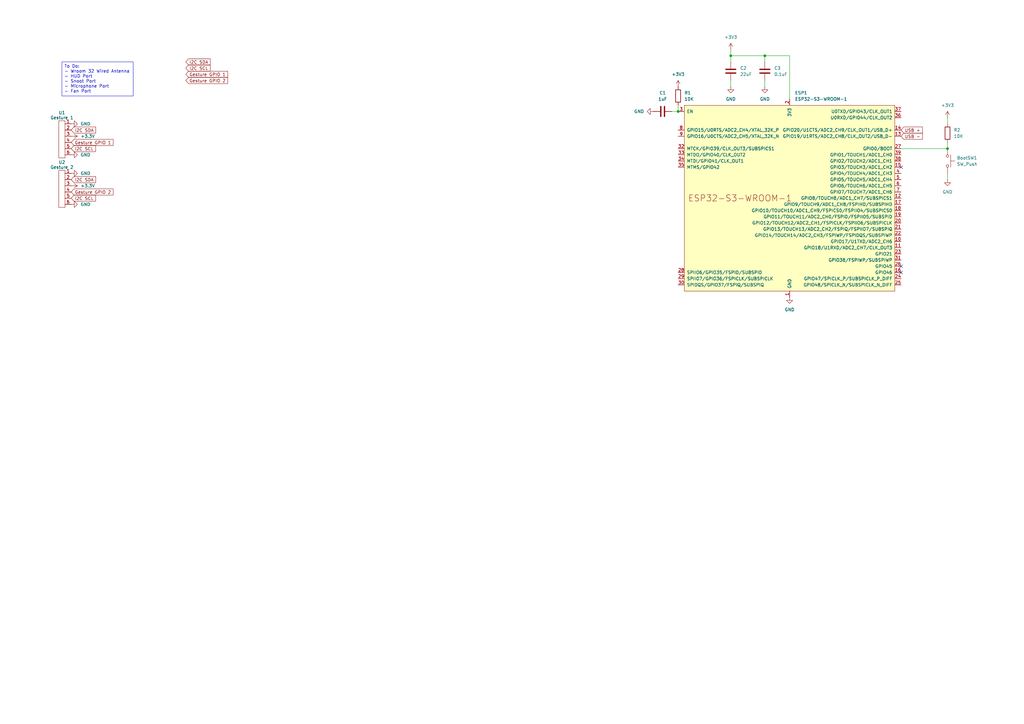
<source format=kicad_sch>
(kicad_sch (version 20231120) (generator "eeschema") (generator_version "8.0")
  (paper "A3")
  (lib_symbols
    (symbol "Device:C" (pin_numbers hide) (pin_names (offset 0.254))
      (property "Reference" "C" (at 0.635 2.54 0))
      (property "Value" "C" (at 0.635 -2.54 0))
      (symbol "C_0_1"
        (polyline (pts (xy -2.032 -0.762) (xy 2.032 -0.762)) (stroke (width 0.508)))
        (polyline (pts (xy -2.032 0.762) (xy 2.032 0.762)) (stroke (width 0.508)))
      )
      (symbol "C_1_1"
        (pin passive line (at 0 3.81 270) (length 2.794) (name "~") (number "1"))
        (pin passive line (at 0 -3.81 90) (length 2.794) (name "~") (number "2"))
      )
    )
    (symbol "Device:R" (pin_numbers hide) (pin_names (offset 0))
      (property "Reference" "R" (at 2.032 0 90))
      (property "Value" "R" (at 0 0 90))
      (symbol "R_0_1"
        (rectangle (start -1.016 -2.54) (end 1.016 2.54) (stroke (width 0.254)))
      )
      (symbol "R_1_1"
        (pin passive line (at 0 3.81 270) (length 1.27) (name "~") (number "1"))
        (pin passive line (at 0 -3.81 90) (length 1.27) (name "~") (number "2"))
      )
    )
    (symbol "FFC:FFC-6"
      (property "Reference" "U" (at 0 9.144 0))
      (symbol "FFC-6_0_1"
        (rectangle (start -1.27 7.62) (end 1.27 -7.62))
      )
      (symbol "FFC-6_1_1"
        (pin input line (at 3.81 6.35 180) (length 2.54) (name "") (number "1"))
        (pin input line (at 3.81 3.81 180) (length 2.54) (name "") (number "2"))
        (pin input line (at 3.81 1.27 180) (length 2.54) (name "") (number "3"))
        (pin input line (at 3.81 -1.27 180) (length 2.54) (name "") (number "4"))
        (pin input line (at 3.81 -3.81 180) (length 2.54) (name "") (number "5"))
        (pin input line (at 3.81 -6.35 180) (length 2.54) (name "") (number "6"))
      )
    )
    (symbol "PCM_Espressif:ESP32-S3-WROOM-1" (pin_names (offset 1.016))
      (property "Reference" "U" (at -43.18 43.18 0))
      (property "Value" "ESP32-S3-WROOM-1" (at -43.18 40.64 0))
      (symbol "ESP32-S3-WROOM-1_0_0"
        (text "ESP32-S3-WROOM-1" (at -20.32 0 0) (effects (font (size 2.54 2.54))))
        (pin power_in line (at 0 -40.64 90) (length 2.54) (name "GND") (number "1"))
        (pin bidirectional line (at 45.72 -17.78 180) (length 2.54) (name "GPIO17/U1TXD/ADC2_CH6") (number "10"))
        (pin bidirectional line (at 45.72 -20.32 180) (length 2.54) (name "GPIO18/U1RXD/ADC2_CH7/CLK_OUT3") (number "11"))
        (pin bidirectional line (at 45.72 0 180) (length 2.54) (name "GPIO8/TOUCH8/ADC1_CH7/SUBSPICS1") (number "12"))
        (pin bidirectional line (at 45.72 25.4 180) (length 2.54) (name "GPIO19/U1RTS/ADC2_CH8/CLK_OUT2/USB_D-") (number "13"))
        (pin bidirectional line (at 45.72 27.94 180) (length 2.54) (name "GPIO20/U1CTS/ADC2_CH9/CLK_OUT1/USB_D+") (number "14"))
        (pin bidirectional line (at 45.72 12.7 180) (length 2.54) (name "GPIO3/TOUCH3/ADC1_CH2") (number "15"))
        (pin bidirectional line (at 45.72 -30.48 180) (length 2.54) (name "GPIO46") (number "16"))
        (pin bidirectional line (at 45.72 -2.54 180) (length 2.54) (name "GPIO9/TOUCH9/ADC1_CH8/FSPIHD/SUBSPIHD") (number "17"))
        (pin bidirectional line (at 45.72 -5.08 180) (length 2.54) (name "GPIO10/TOUCH10/ADC1_CH9/FSPICS0/FSPIIO4/SUBSPICS0") (number "18"))
        (pin bidirectional line (at 45.72 -7.62 180) (length 2.54) (name "GPIO11/TOUCH11/ADC2_CH0/FSPID/FSPIIO5/SUBSPID") (number "19"))
        (pin power_in line (at 0 40.64 270) (length 2.54) (name "3V3") (number "2"))
        (pin bidirectional line (at 45.72 -10.16 180) (length 2.54) (name "GPIO12/TOUCH12/ADC2_CH1/FSPICLK/FSPIIO6/SUBSPICLK") (number "20"))
        (pin bidirectional line (at 45.72 -12.7 180) (length 2.54) (name "GPIO13/TOUCH13/ADC2_CH2/FSPIQ/FSPIIO7/SUBSPIQ") (number "21"))
        (pin bidirectional line (at 45.72 -15.24 180) (length 2.54) (name "GPIO14/TOUCH14/ADC2_CH3/FSPIWP/FSPIDQS/SUBSPIWP") (number "22"))
        (pin bidirectional line (at 45.72 -22.86 180) (length 2.54) (name "GPIO21") (number "23"))
        (pin bidirectional line (at 45.72 -33.02 180) (length 2.54) (name "GPIO47/SPICLK_P/SUBSPICLK_P_DIFF") (number "24"))
        (pin bidirectional line (at 45.72 -35.56 180) (length 2.54) (name "GPIO48/SPICLK_N/SUBSPICLK_N_DIFF") (number "25"))
        (pin bidirectional line (at 45.72 -27.94 180) (length 2.54) (name "GPIO45") (number "26"))
        (pin bidirectional line (at 45.72 20.32 180) (length 2.54) (name "GPIO0/BOOT") (number "27"))
        (pin bidirectional line (at -45.72 -30.48 0) (length 2.54) (name "SPIIO6/GPIO35/FSPID/SUBSPID") (number "28"))
        (pin bidirectional line (at -45.72 -33.02 0) (length 2.54) (name "SPIIO7/GPIO36/FSPICLK/SUBSPICLK") (number "29"))
        (pin input line (at -45.72 35.56 0) (length 2.54) (name "EN") (number "3"))
        (pin bidirectional line (at -45.72 -35.56 0) (length 2.54) (name "SPIDQS/GPIO37/FSPIQ/SUBSPIQ") (number "30"))
        (pin bidirectional line (at 45.72 -25.4 180) (length 2.54) (name "GPIO38/FSPIWP/SUBSPIWP") (number "31"))
        (pin bidirectional line (at -45.72 20.32 0) (length 2.54) (name "MTCK/GPIO39/CLK_OUT3/SUBSPICS1") (number "32"))
        (pin bidirectional line (at -45.72 17.78 0) (length 2.54) (name "MTDO/GPIO40/CLK_OUT2") (number "33"))
        (pin bidirectional line (at -45.72 15.24 0) (length 2.54) (name "MTDI/GPIO41/CLK_OUT1") (number "34"))
        (pin bidirectional line (at -45.72 12.7 0) (length 2.54) (name "MTMS/GPIO42") (number "35"))
        (pin bidirectional line (at 45.72 33.02 180) (length 2.54) (name "U0RXD/GPIO44/CLK_OUT2") (number "36"))
        (pin bidirectional line (at 45.72 35.56 180) (length 2.54) (name "U0TXD/GPIO43/CLK_OUT1") (number "37"))
        (pin bidirectional line (at 45.72 15.24 180) (length 2.54) (name "GPIO2/TOUCH2/ADC1_CH1") (number "38"))
        (pin bidirectional line (at 45.72 17.78 180) (length 2.54) (name "GPIO1/TOUCH1/ADC1_CH0") (number "39"))
        (pin bidirectional line (at 45.72 10.16 180) (length 2.54) (name "GPIO4/TOUCH4/ADC1_CH3") (number "4"))
        (pin passive line (at 0 -40.64 90) (length 2.54) hide (name "GND") (number "40"))
        (pin passive line (at 0 -40.64 90) (length 2.54) hide (name "GND") (number "41"))
        (pin bidirectional line (at 45.72 7.62 180) (length 2.54) (name "GPIO5/TOUCH5/ADC1_CH4") (number "5"))
        (pin bidirectional line (at 45.72 5.08 180) (length 2.54) (name "GPIO6/TOUCH6/ADC1_CH5") (number "6"))
        (pin bidirectional line (at 45.72 2.54 180) (length 2.54) (name "GPIO7/TOUCH7/ADC1_CH6") (number "7"))
        (pin bidirectional line (at -45.72 27.94 0) (length 2.54) (name "GPIO15/U0RTS/ADC2_CH4/XTAL_32K_P") (number "8"))
        (pin bidirectional line (at -45.72 25.4 0) (length 2.54) (name "GPIO16/U0CTS/ADC2_CH5/XTAL_32K_N") (number "9"))
      )
      (symbol "ESP32-S3-WROOM-1_0_1"
        (rectangle (start -43.18 38.1) (end 43.18 -38.1) (fill (type background)))
      )
    )
    (symbol "Switch:SW_Push" (pin_numbers hide) (pin_names (offset 1.016) hide)
      (property "Reference" "SW" (at 1.27 2.54 0))
      (property "Value" "SW_Push" (at 0 -1.524 0))
      (symbol "SW_Push_0_1"
        (circle (center -2.032 0) (radius 0.508))
        (polyline (pts (xy 0 1.27) (xy 0 3.048)))
        (polyline (pts (xy 2.54 1.27) (xy -2.54 1.27)))
        (circle (center 2.032 0) (radius 0.508))
        (pin passive line (at -5.08 0 0) (length 2.54) (name "1") (number "1"))
        (pin passive line (at 5.08 0 180) (length 2.54) (name "2") (number "2"))
      )
    )
    (symbol "power:+3.3V" (power) (pin_numbers hide) (pin_names (offset 0) hide)
      (property "Value" "+3.3V" (at 0 3.556 0))
      (symbol "+3.3V_0_1"
        (polyline (pts (xy -0.762 1.27) (xy 0 2.54)))
        (polyline (pts (xy 0 0) (xy 0 2.54)))
        (polyline (pts (xy 0 2.54) (xy 0.762 1.27)))
      )
      (symbol "+3.3V_1_1"
        (pin power_in line (at 0 0 90) (length 0) (name "~") (number "1"))
      )
    )
    (symbol "power:+3V3" (power) (pin_numbers hide) (pin_names (offset 0) hide)
      (property "Value" "+3V3" (at 0 3.556 0))
      (symbol "+3V3_0_1"
        (polyline (pts (xy -0.762 1.27) (xy 0 2.54)))
        (polyline (pts (xy 0 0) (xy 0 2.54)))
        (polyline (pts (xy 0 2.54) (xy 0.762 1.27)))
      )
      (symbol "+3V3_1_1"
        (pin power_in line (at 0 0 90) (length 0) (name "~") (number "1"))
      )
    )
    (symbol "power:GND" (power) (pin_numbers hide) (pin_names (offset 0) hide)
      (property "Value" "GND" (at 0 -3.81 0))
      (symbol "GND_0_1"
        (polyline (pts (xy 0 0) (xy 0 -1.27) (xy 1.27 -1.27) (xy 0 -2.54) (xy -1.27 -1.27) (xy 0 -1.27)))
      )
      (symbol "GND_1_1"
        (pin power_in line (at 0 0 270) (length 0) (name "~") (number "1"))
      )
    )
  )
  (junction (at 388.62 60.96))
  (junction (at 313.69 22.86))
  (junction (at 299.72 22.86))
  (junction (at 278.13 45.72))
  (no_connect (at 369.57 68.58))
  (no_connect (at 369.57 109.22))
  (no_connect (at 369.57 111.76))
  (wire (pts (xy 313.69 33.02) (xy 313.69 35.56)))
  (wire (pts (xy 299.72 22.86) (xy 299.72 25.4)))
  (wire (pts (xy 388.62 58.42) (xy 388.62 60.96)))
  (wire (pts (xy 313.69 22.86) (xy 323.85 22.86)))
  (wire (pts (xy 388.62 48.26) (xy 388.62 50.8)))
  (wire (pts (xy 299.72 20.32) (xy 299.72 22.86)))
  (wire (pts (xy 275.59 45.72) (xy 278.13 45.72)))
  (wire (pts (xy 278.13 43.18) (xy 278.13 45.72)))
  (wire (pts (xy 299.72 33.02) (xy 299.72 35.56)))
  (wire (pts (xy 388.62 73.66) (xy 388.62 71.12)))
  (wire (pts (xy 369.57 60.96) (xy 388.62 60.96)))
  (wire (pts (xy 299.72 22.86) (xy 313.69 22.86)))
  (wire (pts (xy 313.69 22.86) (xy 313.69 25.4)))
  (wire (pts (xy 323.85 22.86) (xy 323.85 40.64)))
  (text_box "To Do:\n- Wroom 32 Wired Antenna\n- HUD Port\n- Snoot Port\n- Microphone Port\n- Fan Port" (at 25.4 25.4 0) (size 29.21 13.97) (effects (font (size 1.27 1.27)) (justify left top)))
  (global_label "USB +" (shape input) (at 369.57 53.34 0) (property "Intersheetrefs" "${INTERSHEET_REFS}" (effects (hide yes))))
  (global_label "USB -" (shape input) (at 369.57 55.88 0) (property "Intersheetrefs" "${INTERSHEET_REFS}" (effects (hide yes))))
  (global_label "I2C SDA" (shape input) (at 29.21 53.34 0) (property "Intersheetrefs" "${INTERSHEET_REFS}" (effects (hide yes))))
  (global_label "I2C SDA" (shape input) (at 29.21 73.66 0) (property "Intersheetrefs" "${INTERSHEET_REFS}" (effects (hide yes))))
  (global_label "I2C SCL" (shape input) (at 76.2 27.94 0) (property "Intersheetrefs" "${INTERSHEET_REFS}" (effects (hide yes))))
  (global_label "Gesture GPIO 1" (shape input) (at 76.2 30.48 0) (property "Intersheetrefs" "${INTERSHEET_REFS}" (effects (hide yes))))
  (global_label "I2C SDA" (shape input) (at 76.2 25.4 0) (property "Intersheetrefs" "${INTERSHEET_REFS}" (effects (hide yes))))
  (global_label "I2C SCL" (shape input) (at 29.21 60.96 0) (property "Intersheetrefs" "${INTERSHEET_REFS}" (effects (hide yes))))
  (global_label "I2C SCL" (shape input) (at 29.21 81.28 0) (property "Intersheetrefs" "${INTERSHEET_REFS}" (effects (hide yes))))
  (global_label "Gesture GPIO 1" (shape input) (at 29.21 58.42 0) (property "Intersheetrefs" "${INTERSHEET_REFS}" (effects (hide yes))))
  (global_label "Gesture GPIO 2" (shape input) (at 29.21 78.74 0) (property "Intersheetrefs" "${INTERSHEET_REFS}" (effects (hide yes))))
  (global_label "Gesture GPIO 2" (shape input) (at 76.2 33.02 0) (property "Intersheetrefs" "${INTERSHEET_REFS}" (effects (hide yes))))
  (symbol (lib_id "power:GND") (at 323.85 121.92 0) (unit 1)
    (property "Reference" "#PWR06" (effects (hide yes)))
    (property "Value" "GND" (at 323.85 127 0))
    (property "Description" "Power symbol creates a global label with name \"GND\" , ground" (effects (hide yes)))
  )
  (symbol (lib_id "Switch:SW_Push") (at 388.62 66.04 270) (unit 1)
    (property "Reference" "BootSW1" (at 392.43 64.7699 90) (effects (justify left)))
    (property "Value" "SW_Push" (at 392.43 67.3099 90) (effects (justify left)))
    (property "Footprint" "Button-R-667843:Button-R-667843" (effects (hide yes)))
    (property "Description" "Push button switch, generic, two pins" (effects (hide yes)))
  )
  (symbol (lib_id "FFC:FFC-6") (at 25.4 57.15 0) (unit 1)
    (property "Reference" "U1" (at 25.4 46.228 0))
    (property "Value" "Gesture 1" (at 25.4 48.26 0))
    (property "Footprint" "FFC:FFC-6-0.5" (effects (hide yes)))
  )
  (symbol (lib_id "power:+3V3") (at 388.62 48.26 0) (unit 1)
    (property "Reference" "#PWR07" (effects (hide yes)))
    (property "Value" "+3V3" (at 388.62 43.18 0))
    (property "Description" "Power symbol creates a global label with name \"+3V3\"" (effects (hide yes)))
  )
  (symbol (lib_id "Device:R") (at 278.13 39.37 0) (unit 1)
    (property "Reference" "R1" (at 280.67 38.0999 0) (effects (justify left)))
    (property "Value" "10K" (at 280.67 40.6399 0) (effects (justify left)))
    (property "Footprint" "Resistor_SMD:R_0603_1608Metric" (effects (hide yes)))
    (property "Description" "Resistor" (effects (hide yes)))
  )
  (symbol (lib_id "PCM_Espressif:ESP32-S3-WROOM-1") (at 323.85 81.28 0) (unit 1)
    (property "Reference" "ESP1" (at 326.0441 38.1 0) (effects (justify left)))
    (property "Value" "ESP32-S3-WROOM-1" (at 326.0441 40.64 0) (effects (justify left)))
    (property "Footprint" "PCM_Espressif:ESP32-S3-WROOM-1" (effects (hide yes)))
    (property "Datasheet" "https://www.espressif.com/sites/default/files/documentation/esp32-s3-wroom-1_wroom-1u_datasheet_en.pdf" (effects (hide yes)))
    (property "Description" "2.4 GHz WiFi (802.11 b/g/n) and Bluetooth ® 5 (LE) module Built around ESP32S3 series of SoCs, Xtensa ® dualcore 32bit LX7 microprocessor Flash up to 16 MB, PSRAM up to 8 MB 36 GPIOs, rich set of peripherals Onboard PCB antenna" (effects (hide yes)))
  )
  (symbol (lib_id "power:GND") (at 388.62 73.66 0) (unit 1)
    (property "Reference" "#PWR08" (effects (hide yes)))
    (property "Value" "GND" (at 388.62 78.74 0))
    (property "Description" "Power symbol creates a global label with name \"GND\" , ground" (effects (hide yes)))
  )
  (symbol (lib_id "power:GND") (at 29.21 83.82 90) (unit 1)
    (property "Reference" "#PWR010" (effects (hide yes)))
    (property "Value" "GND" (at 33.02 83.8199 90) (effects (justify right)))
    (property "Description" "Power symbol creates a global label with name \"GND\" , ground" (effects (hide yes)))
  )
  (symbol (lib_id "FFC:FFC-6") (at 25.4 77.47 0) (unit 1)
    (property "Reference" "U2" (at 25.4 66.548 0))
    (property "Value" "Gesture 2" (at 25.4 68.58 0))
    (property "Footprint" "FFC:FFC-6-0.5" (effects (hide yes)))
  )
  (symbol (lib_id "power:+3.3V") (at 29.21 55.88 270) (unit 1)
    (property "Reference" "#PWR011" (effects (hide yes)))
    (property "Value" "+3.3V" (at 33.02 55.8799 90) (effects (justify left)))
    (property "Description" "Power symbol creates a global label with name \"+3.3V\"" (effects (hide yes)))
  )
  (symbol (lib_id "power:+3.3V") (at 29.21 76.2 270) (unit 1)
    (property "Reference" "#PWR012" (effects (hide yes)))
    (property "Value" "+3.3V" (at 33.02 76.1999 90) (effects (justify left)))
    (property "Description" "Power symbol creates a global label with name \"+3.3V\"" (effects (hide yes)))
  )
  (symbol (lib_id "Device:C") (at 299.72 29.21 0) (unit 1)
    (property "Reference" "C2" (at 303.53 27.9399 0) (effects (justify left)))
    (property "Value" "22uF" (at 303.53 30.4799 0) (effects (justify left)))
    (property "Footprint" "Capacitor_SMD:C_0603_1608Metric_Pad1.08x0.95mm_HandSolder" (effects (hide yes)))
    (property "Description" "Unpolarized capacitor" (effects (hide yes)))
  )
  (symbol (lib_id "Device:C") (at 313.69 29.21 0) (unit 1)
    (property "Reference" "C3" (at 317.5 27.9399 0) (effects (justify left)))
    (property "Value" "0.1uF" (at 317.5 30.4799 0) (effects (justify left)))
    (property "Footprint" "Capacitor_SMD:C_0603_1608Metric_Pad1.08x0.95mm_HandSolder" (effects (hide yes)))
    (property "Description" "Unpolarized capacitor" (effects (hide yes)))
  )
  (symbol (lib_id "Device:C") (at 271.78 45.72 90) (unit 1)
    (property "Reference" "C1" (at 271.78 38.1 90))
    (property "Value" "1uF" (at 271.78 40.64 90))
    (property "Footprint" "Capacitor_SMD:C_0603_1608Metric" (effects (hide yes)))
    (property "Description" "Unpolarized capacitor" (effects (hide yes)))
  )
  (symbol (lib_id "power:GND") (at 313.69 35.56 0) (unit 1)
    (property "Reference" "#PWR05" (effects (hide yes)))
    (property "Value" "GND" (at 313.69 40.64 0))
    (property "Description" "Power symbol creates a global label with name \"GND\" , ground" (effects (hide yes)))
  )
  (symbol (lib_id "power:GND") (at 29.21 63.5 90) (unit 1)
    (property "Reference" "#PWR09" (effects (hide yes)))
    (property "Value" "GND" (at 33.02 63.4999 90) (effects (justify right)))
    (property "Description" "Power symbol creates a global label with name \"GND\" , ground" (effects (hide yes)))
  )
  (symbol (lib_id "power:GND") (at 29.21 50.8 90) (unit 1)
    (property "Reference" "#PWR013" (effects (hide yes)))
    (property "Value" "GND" (at 33.02 50.7999 90) (effects (justify right)))
    (property "Description" "Power symbol creates a global label with name \"GND\" , ground" (effects (hide yes)))
  )
  (symbol (lib_id "power:+3V3") (at 278.13 35.56 0) (unit 1)
    (property "Reference" "#PWR02" (effects (hide yes)))
    (property "Value" "+3V3" (at 278.13 30.48 0))
    (property "Description" "Power symbol creates a global label with name \"+3V3\"" (effects (hide yes)))
  )
  (symbol (lib_id "power:GND") (at 299.72 35.56 0) (unit 1)
    (property "Reference" "#PWR04" (effects (hide yes)))
    (property "Value" "GND" (at 299.72 40.64 0))
    (property "Description" "Power symbol creates a global label with name \"GND\" , ground" (effects (hide yes)))
  )
  (symbol (lib_id "power:GND") (at 267.97 45.72 270) (unit 1)
    (property "Reference" "#PWR01" (effects (hide yes)))
    (property "Value" "GND" (at 264.16 45.7199 90) (effects (justify right)))
    (property "Description" "Power symbol creates a global label with name \"GND\" , ground" (effects (hide yes)))
  )
  (symbol (lib_id "Device:R") (at 388.62 54.61 0) (unit 1)
    (property "Reference" "R2" (at 391.16 53.3399 0) (effects (justify left)))
    (property "Value" "10K" (at 391.16 55.8799 0) (effects (justify left)))
    (property "Footprint" "Resistor_SMD:R_0603_1608Metric" (effects (hide yes)))
    (property "Description" "Resistor" (effects (hide yes)))
  )
  (symbol (lib_id "power:+3V3") (at 299.72 20.32 0) (unit 1)
    (property "Reference" "#PWR03" (effects (hide yes)))
    (property "Value" "+3V3" (at 299.72 15.24 0))
    (property "Description" "Power symbol creates a global label with name \"+3V3\"" (effects (hide yes)))
  )
  (symbol (lib_id "power:GND") (at 29.21 71.12 90) (unit 1)
    (property "Reference" "#PWR014" (effects (hide yes)))
    (property "Value" "GND" (at 33.02 71.1199 90) (effects (justify right)))
    (property "Description" "Power symbol creates a global label with name \"GND\" , ground" (effects (hide yes)))
  )
)
</source>
